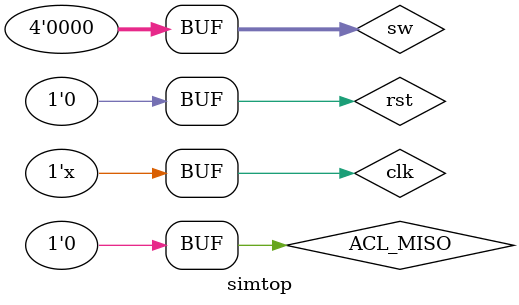
<source format=v>
module simtop();
reg clk,rst;
reg [3:0]sw;
reg ACL_MISO;
top test1(
    .CLK(clk),
    .RST_BTN(rst),
    .GAME_RESTART_BTN(rst),
    .sw(sw),
    .ACL_MISO(ACL_MISO)
);
initial begin
    clk=0;
    rst=0;
    sw=4'h0;
    ACL_MISO=0;
end

always #5 clk=~clk;
initial begin
    #10000 rst=1;
    #100 rst=0;
    #10000000 rst=1;
    #100 rst=0;
end

endmodule
</source>
